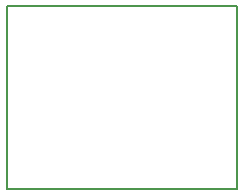
<source format=gm1>
G04*
G04 #@! TF.GenerationSoftware,Altium Limited,Altium Designer,22.2.1 (43)*
G04*
G04 Layer_Color=16711935*
%FSLAX44Y44*%
%MOMM*%
G71*
G04*
G04 #@! TF.SameCoordinates,672CECB2-DF13-49BD-9E49-C01950E57CCB*
G04*
G04*
G04 #@! TF.FilePolarity,Positive*
G04*
G01*
G75*
%ADD10C,0.2000*%
D10*
X0Y155000D02*
X195000D01*
Y0D02*
Y155000D01*
X0Y0D02*
X195000D01*
X0D02*
Y155000D01*
M02*

</source>
